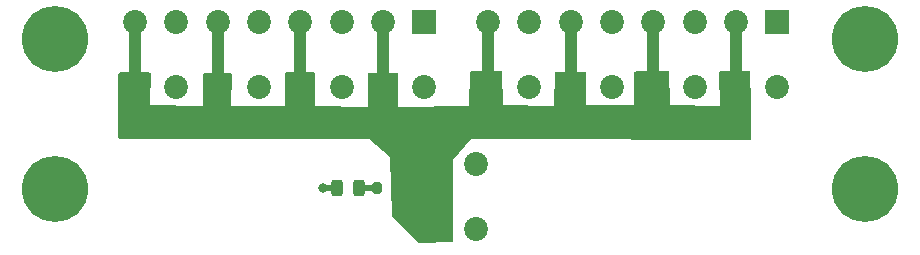
<source format=gtl>
G04 #@! TF.GenerationSoftware,KiCad,Pcbnew,7.0.7*
G04 #@! TF.CreationDate,2023-09-04T23:56:59-07:00*
G04 #@! TF.ProjectId,PT Board Ground Systems V1.1,50542042-6f61-4726-9420-47726f756e64,rev?*
G04 #@! TF.SameCoordinates,Original*
G04 #@! TF.FileFunction,Copper,L1,Top*
G04 #@! TF.FilePolarity,Positive*
%FSLAX46Y46*%
G04 Gerber Fmt 4.6, Leading zero omitted, Abs format (unit mm)*
G04 Created by KiCad (PCBNEW 7.0.7) date 2023-09-04 23:56:59*
%MOMM*%
%LPD*%
G01*
G04 APERTURE LIST*
G04 Aperture macros list*
%AMRoundRect*
0 Rectangle with rounded corners*
0 $1 Rounding radius*
0 $2 $3 $4 $5 $6 $7 $8 $9 X,Y pos of 4 corners*
0 Add a 4 corners polygon primitive as box body*
4,1,4,$2,$3,$4,$5,$6,$7,$8,$9,$2,$3,0*
0 Add four circle primitives for the rounded corners*
1,1,$1+$1,$2,$3*
1,1,$1+$1,$4,$5*
1,1,$1+$1,$6,$7*
1,1,$1+$1,$8,$9*
0 Add four rect primitives between the rounded corners*
20,1,$1+$1,$2,$3,$4,$5,0*
20,1,$1+$1,$4,$5,$6,$7,0*
20,1,$1+$1,$6,$7,$8,$9,0*
20,1,$1+$1,$8,$9,$2,$3,0*%
G04 Aperture macros list end*
G04 #@! TA.AperFunction,ComponentPad*
%ADD10R,2.025000X2.025000*%
G04 #@! TD*
G04 #@! TA.AperFunction,ComponentPad*
%ADD11C,2.025000*%
G04 #@! TD*
G04 #@! TA.AperFunction,ComponentPad*
%ADD12C,3.600000*%
G04 #@! TD*
G04 #@! TA.AperFunction,ConnectorPad*
%ADD13C,5.600000*%
G04 #@! TD*
G04 #@! TA.AperFunction,SMDPad,CuDef*
%ADD14RoundRect,0.200000X-0.200000X-0.275000X0.200000X-0.275000X0.200000X0.275000X-0.200000X0.275000X0*%
G04 #@! TD*
G04 #@! TA.AperFunction,SMDPad,CuDef*
%ADD15RoundRect,0.243750X-0.243750X-0.456250X0.243750X-0.456250X0.243750X0.456250X-0.243750X0.456250X0*%
G04 #@! TD*
G04 #@! TA.AperFunction,ViaPad*
%ADD16C,0.800000*%
G04 #@! TD*
G04 #@! TA.AperFunction,Conductor*
%ADD17C,0.500000*%
G04 #@! TD*
G04 #@! TA.AperFunction,Conductor*
%ADD18C,1.000000*%
G04 #@! TD*
G04 APERTURE END LIST*
D10*
X60490000Y-28990000D03*
D11*
X60490000Y-34490000D03*
X56990000Y-28990000D03*
X56990000Y-34490000D03*
X53490000Y-28990000D03*
X53490000Y-34490000D03*
X49990000Y-28990000D03*
X49990000Y-34490000D03*
X46490000Y-28990000D03*
X46490000Y-34490000D03*
X42990000Y-28990000D03*
X42990000Y-34490000D03*
X39490000Y-28990000D03*
X39490000Y-34490000D03*
X35990000Y-28990000D03*
X35990000Y-34490000D03*
D12*
X97790000Y-30480000D03*
D13*
X97790000Y-30480000D03*
D10*
X90380000Y-28980000D03*
D11*
X90380000Y-34480000D03*
X86880000Y-28980000D03*
X86880000Y-34480000D03*
X83380000Y-28980000D03*
X83380000Y-34480000D03*
X79880000Y-28980000D03*
X79880000Y-34480000D03*
X76380000Y-28980000D03*
X76380000Y-34480000D03*
X72880000Y-28980000D03*
X72880000Y-34480000D03*
X69380000Y-28980000D03*
X69380000Y-34480000D03*
X65880000Y-28980000D03*
X65880000Y-34480000D03*
D12*
X29210000Y-30480000D03*
D13*
X29210000Y-30480000D03*
D10*
X61340000Y-46530000D03*
D11*
X61340000Y-41030000D03*
X64840000Y-46530000D03*
X64840000Y-41030000D03*
D14*
X56475200Y-43050000D03*
X58125200Y-43050000D03*
D12*
X29210000Y-43180000D03*
D13*
X29210000Y-43180000D03*
D15*
X53092500Y-43050000D03*
X54967500Y-43050000D03*
D12*
X97790000Y-43180000D03*
D13*
X97790000Y-43180000D03*
D16*
X51872300Y-43080400D03*
D17*
X56475200Y-43050000D02*
X54967500Y-43050000D01*
X53092500Y-43050000D02*
X51902700Y-43050000D01*
X51902700Y-43050000D02*
X51872300Y-43080400D01*
D18*
X65880000Y-28980000D02*
X65880000Y-34480000D01*
X35990000Y-34490000D02*
X35990000Y-28990000D01*
X42990000Y-34490000D02*
X42990000Y-28990000D01*
X72880000Y-28980000D02*
X72880000Y-34480000D01*
X86880000Y-28980000D02*
X86880000Y-34480000D01*
X56990000Y-28990000D02*
X56990000Y-34490000D01*
X49990000Y-28990000D02*
X49990000Y-34490000D01*
X79880000Y-28980000D02*
X79880000Y-34480000D01*
G04 #@! TA.AperFunction,Conductor*
G36*
X88033630Y-33170110D02*
G01*
X88079782Y-33222567D01*
X88091372Y-33273550D01*
X88120000Y-35850000D01*
X88123649Y-38860338D01*
X88104046Y-38927401D01*
X88051297Y-38973220D01*
X87999339Y-38984488D01*
X68143800Y-38934800D01*
X64465200Y-38938200D01*
X62915799Y-40690799D01*
X62919927Y-47519335D01*
X62900283Y-47586386D01*
X62847507Y-47632173D01*
X62799382Y-47643362D01*
X60103534Y-47718507D01*
X60035972Y-47700698D01*
X60012210Y-47682048D01*
X59973689Y-47643362D01*
X57754272Y-45414419D01*
X57720919Y-45353025D01*
X57718224Y-45331460D01*
X57540000Y-40460000D01*
X55810000Y-38911158D01*
X55809998Y-38911157D01*
X34703935Y-38900065D01*
X34636906Y-38880345D01*
X34591179Y-38827517D01*
X34580000Y-38776065D01*
X34580000Y-33394419D01*
X34599685Y-33327380D01*
X34652489Y-33281625D01*
X34704452Y-33270420D01*
X37185568Y-33279542D01*
X37252534Y-33299473D01*
X37298094Y-33352445D01*
X37309108Y-33404430D01*
X37291577Y-35850000D01*
X37290000Y-36070000D01*
X41710000Y-36080000D01*
X41738657Y-33462641D01*
X41759075Y-33395822D01*
X41812377Y-33350648D01*
X41862650Y-33340000D01*
X44082394Y-33340000D01*
X44149433Y-33359685D01*
X44195188Y-33412489D01*
X44206343Y-33467554D01*
X44129999Y-36129999D01*
X44130000Y-36129999D01*
X44130000Y-36130000D01*
X48720000Y-36150000D01*
X48720000Y-36149999D01*
X48720000Y-33353508D01*
X48739685Y-33286469D01*
X48792489Y-33240714D01*
X48843503Y-33229509D01*
X51114650Y-33220497D01*
X51181766Y-33239915D01*
X51227730Y-33292537D01*
X51239138Y-33345348D01*
X51221924Y-35850000D01*
X51220000Y-36130000D01*
X55700000Y-36190000D01*
X55690437Y-33416841D01*
X55709890Y-33349736D01*
X55762536Y-33303799D01*
X55816816Y-33292438D01*
X58167956Y-33337653D01*
X58234602Y-33358622D01*
X58279333Y-33412296D01*
X58289568Y-33462067D01*
X58280000Y-36169998D01*
X58280000Y-36170000D01*
X64290000Y-36110000D01*
X64347530Y-33300570D01*
X64368583Y-33233952D01*
X64422313Y-33189288D01*
X64470593Y-33179116D01*
X66955949Y-33160908D01*
X67023128Y-33180101D01*
X67069269Y-33232569D01*
X67080852Y-33284053D01*
X67099999Y-36069998D01*
X67100000Y-36070000D01*
X71410204Y-36099794D01*
X71439999Y-36100000D01*
X71439999Y-36099999D01*
X71440000Y-36100000D01*
X71507082Y-33349612D01*
X71528395Y-33283074D01*
X71582299Y-33238620D01*
X71629638Y-33228645D01*
X74033717Y-33201429D01*
X74100973Y-33220353D01*
X74147323Y-33272636D01*
X74159116Y-33326288D01*
X74139999Y-36059999D01*
X74140000Y-36059999D01*
X74140000Y-36060000D01*
X78240000Y-36060000D01*
X78249575Y-33311908D01*
X78269493Y-33244939D01*
X78322456Y-33199368D01*
X78371895Y-33188352D01*
X81088626Y-33151640D01*
X81155925Y-33170417D01*
X81202389Y-33222598D01*
X81214226Y-33271311D01*
X81304077Y-35850000D01*
X81310000Y-36020000D01*
X85490000Y-36090000D01*
X85442143Y-33295172D01*
X85460677Y-33227807D01*
X85512690Y-33181155D01*
X85565188Y-33169055D01*
X87966445Y-33150932D01*
X88033630Y-33170110D01*
G37*
G04 #@! TD.AperFunction*
M02*

</source>
